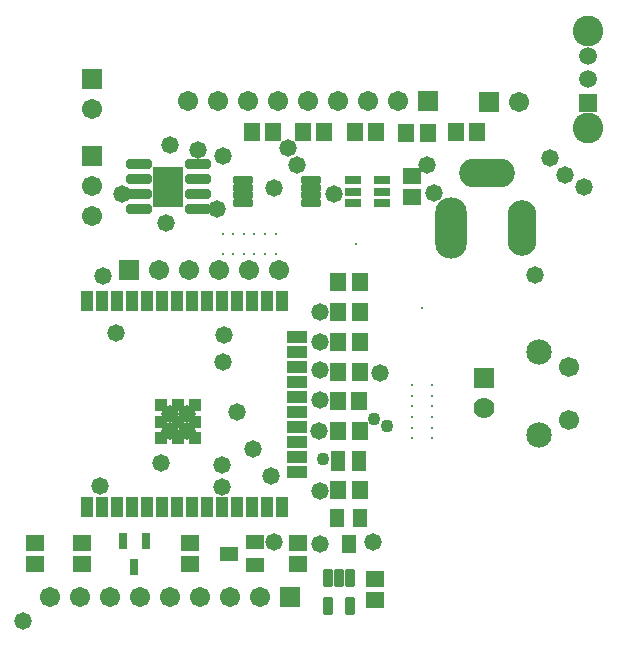
<source format=gts>
G04*
G04 #@! TF.GenerationSoftware,Altium Limited,Altium Designer,20.0.2 (26)*
G04*
G04 Layer_Color=8388736*
%FSLAX25Y25*%
%MOIN*%
G70*
G01*
G75*
%ADD16R,0.06312X0.05524*%
G04:AMPARAMS|DCode=17|XSize=31.62mil|YSize=61.15mil|CornerRadius=5.77mil|HoleSize=0mil|Usage=FLASHONLY|Rotation=180.000|XOffset=0mil|YOffset=0mil|HoleType=Round|Shape=RoundedRectangle|*
%AMROUNDEDRECTD17*
21,1,0.03162,0.04961,0,0,180.0*
21,1,0.02008,0.06115,0,0,180.0*
1,1,0.01154,-0.01004,0.02480*
1,1,0.01154,0.01004,0.02480*
1,1,0.01154,0.01004,-0.02480*
1,1,0.01154,-0.01004,-0.02480*
%
%ADD17ROUNDEDRECTD17*%
%ADD18R,0.05131X0.06509*%
%ADD19R,0.05524X0.06312*%
%ADD20R,0.04343X0.06706*%
%ADD21R,0.06706X0.04343*%
%ADD22R,0.04343X0.04343*%
%ADD23R,0.03162X0.05328*%
%ADD24R,0.06312X0.04737*%
%ADD25R,0.04737X0.06312*%
%ADD26R,0.05564X0.03123*%
G04:AMPARAMS|DCode=27|XSize=69.42mil|YSize=23.75mil|CornerRadius=5.97mil|HoleSize=0mil|Usage=FLASHONLY|Rotation=180.000|XOffset=0mil|YOffset=0mil|HoleType=Round|Shape=RoundedRectangle|*
%AMROUNDEDRECTD27*
21,1,0.06942,0.01181,0,0,180.0*
21,1,0.05748,0.02375,0,0,180.0*
1,1,0.01194,-0.02874,0.00591*
1,1,0.01194,0.02874,0.00591*
1,1,0.01194,0.02874,-0.00591*
1,1,0.01194,-0.02874,-0.00591*
%
%ADD27ROUNDEDRECTD27*%
G04:AMPARAMS|DCode=28|XSize=85.56mil|YSize=31.62mil|CornerRadius=6.95mil|HoleSize=0mil|Usage=FLASHONLY|Rotation=180.000|XOffset=0mil|YOffset=0mil|HoleType=Round|Shape=RoundedRectangle|*
%AMROUNDEDRECTD28*
21,1,0.08556,0.01772,0,0,180.0*
21,1,0.07165,0.03162,0,0,180.0*
1,1,0.01391,-0.03583,0.00886*
1,1,0.01391,0.03583,0.00886*
1,1,0.01391,0.03583,-0.00886*
1,1,0.01391,-0.03583,-0.00886*
%
%ADD28ROUNDEDRECTD28*%
%ADD29R,0.10300X0.13800*%
%ADD30R,0.06706X0.06706*%
%ADD31C,0.06706*%
%ADD32R,0.06706X0.06706*%
%ADD33C,0.00800*%
%ADD34R,0.05950X0.05950*%
%ADD35C,0.05950*%
%ADD36C,0.10249*%
%ADD37C,0.07001*%
%ADD38R,0.07001X0.07001*%
%ADD39O,0.18517X0.09658*%
%ADD40O,0.09658X0.18517*%
%ADD41O,0.10642X0.20485*%
%ADD42C,0.06698*%
%ADD43C,0.08477*%
%ADD44C,0.04343*%
%ADD45C,0.05800*%
D16*
X162323Y70343D02*
D03*
Y63257D02*
D03*
X136468Y75057D02*
D03*
Y82143D02*
D03*
X100500Y75057D02*
D03*
Y82143D02*
D03*
X49000D02*
D03*
Y75057D02*
D03*
X64500D02*
D03*
Y82143D02*
D03*
X174500Y197557D02*
D03*
Y204643D02*
D03*
D17*
X153840Y70665D02*
D03*
X150100D02*
D03*
X146360D02*
D03*
Y61335D02*
D03*
X153840D02*
D03*
D18*
X149760Y109627D02*
D03*
X156846D02*
D03*
D19*
X149957Y119457D02*
D03*
X157043D02*
D03*
X189257Y219100D02*
D03*
X196343D02*
D03*
X157043Y99836D02*
D03*
X149957D02*
D03*
Y149243D02*
D03*
X157043D02*
D03*
X149957Y169100D02*
D03*
X157043D02*
D03*
X149957Y159171D02*
D03*
X157043D02*
D03*
X149957Y139314D02*
D03*
X157043D02*
D03*
X149857Y129386D02*
D03*
X156943D02*
D03*
X155557Y219100D02*
D03*
X162643D02*
D03*
X138257D02*
D03*
X145343D02*
D03*
X172657Y219000D02*
D03*
X179743D02*
D03*
X121157Y219100D02*
D03*
X128243D02*
D03*
D20*
X66118Y94045D02*
D03*
X71118D02*
D03*
X76118D02*
D03*
X81118D02*
D03*
X86118D02*
D03*
X91118D02*
D03*
X96118D02*
D03*
X101118D02*
D03*
X106118D02*
D03*
X111118D02*
D03*
X116118D02*
D03*
X121118D02*
D03*
X126118D02*
D03*
X131118D02*
D03*
Y162943D02*
D03*
X126118D02*
D03*
X121118D02*
D03*
X116118D02*
D03*
X111118D02*
D03*
X106118D02*
D03*
X101118D02*
D03*
X96118D02*
D03*
X91118D02*
D03*
X86118D02*
D03*
X81118D02*
D03*
X76118D02*
D03*
X71118D02*
D03*
X66118D02*
D03*
D21*
X136039Y150994D02*
D03*
Y145994D02*
D03*
Y140994D02*
D03*
Y135994D02*
D03*
Y130994D02*
D03*
Y125994D02*
D03*
Y120994D02*
D03*
Y115994D02*
D03*
Y110994D02*
D03*
Y105994D02*
D03*
D22*
X96512Y122588D02*
D03*
Y128100D02*
D03*
X102024D02*
D03*
Y122588D02*
D03*
Y117076D02*
D03*
X96512D02*
D03*
X91000D02*
D03*
Y122588D02*
D03*
Y128100D02*
D03*
D23*
X82000Y74040D02*
D03*
X78260Y82898D02*
D03*
X85740D02*
D03*
D24*
X113669Y78659D02*
D03*
X122331Y82399D02*
D03*
Y74919D02*
D03*
D25*
X153400Y81873D02*
D03*
X149660Y90534D02*
D03*
X157140D02*
D03*
D26*
X154716Y203040D02*
D03*
Y199300D02*
D03*
Y195560D02*
D03*
X164597D02*
D03*
Y203040D02*
D03*
Y199300D02*
D03*
D27*
X118203Y195461D02*
D03*
Y198021D02*
D03*
Y200580D02*
D03*
Y203139D02*
D03*
X140880D02*
D03*
Y200580D02*
D03*
Y198021D02*
D03*
Y195461D02*
D03*
D28*
X103044Y193500D02*
D03*
Y198500D02*
D03*
Y203500D02*
D03*
Y208500D02*
D03*
X83556D02*
D03*
Y203500D02*
D03*
Y198500D02*
D03*
Y193500D02*
D03*
D29*
X93300Y201000D02*
D03*
D30*
X68000Y211200D02*
D03*
Y236900D02*
D03*
D31*
Y201200D02*
D03*
Y191200D02*
D03*
X114000Y64100D02*
D03*
X104000D02*
D03*
X94000D02*
D03*
X84000D02*
D03*
X74000D02*
D03*
X64000D02*
D03*
X54000D02*
D03*
X124000D02*
D03*
X159800Y229600D02*
D03*
X149800D02*
D03*
X139800D02*
D03*
X129800D02*
D03*
X119800D02*
D03*
X109800D02*
D03*
X99800D02*
D03*
X169800D02*
D03*
X210300Y229100D02*
D03*
X90100Y173100D02*
D03*
X100100D02*
D03*
X110100D02*
D03*
X120100D02*
D03*
X130100D02*
D03*
X68000Y226900D02*
D03*
D32*
X134000Y64100D02*
D03*
X179800Y229600D02*
D03*
X200300Y229100D02*
D03*
X80100Y173100D02*
D03*
D33*
X177900Y160600D02*
D03*
X156000Y181900D02*
D03*
X111383Y185100D02*
D03*
X114927D02*
D03*
X118470D02*
D03*
X122013D02*
D03*
X125557D02*
D03*
X129100D02*
D03*
X174500Y117070D02*
D03*
Y120613D02*
D03*
Y124157D02*
D03*
Y127700D02*
D03*
Y131243D02*
D03*
Y134787D02*
D03*
X181200Y117070D02*
D03*
Y120613D02*
D03*
Y124157D02*
D03*
Y127700D02*
D03*
Y131243D02*
D03*
Y134787D02*
D03*
X129100Y178600D02*
D03*
X125557D02*
D03*
X122013D02*
D03*
X118470D02*
D03*
X114927D02*
D03*
X111383D02*
D03*
D34*
X233300Y228852D02*
D03*
D35*
Y236726D02*
D03*
Y244600D02*
D03*
D36*
Y252868D02*
D03*
Y220584D02*
D03*
D37*
X198367Y127179D02*
D03*
D38*
Y137021D02*
D03*
D39*
X199489Y205604D02*
D03*
D40*
X211300Y187100D02*
D03*
D41*
X187678D02*
D03*
D42*
X226800Y123242D02*
D03*
Y140958D02*
D03*
D43*
X216997Y145899D02*
D03*
Y118301D02*
D03*
D44*
X162000Y123600D02*
D03*
X166100Y121200D02*
D03*
X144700Y110200D02*
D03*
D45*
X143500Y119500D02*
D03*
X164000Y138700D02*
D03*
X103100Y213300D02*
D03*
X231900Y201000D02*
D03*
X215400Y171500D02*
D03*
X225600Y204900D02*
D03*
X220400Y210500D02*
D03*
X143900Y129700D02*
D03*
Y139700D02*
D03*
Y149200D02*
D03*
Y82000D02*
D03*
X45000Y56200D02*
D03*
X109400Y193600D02*
D03*
X136100Y208100D02*
D03*
X93800Y215000D02*
D03*
X179600Y208300D02*
D03*
X133300Y213800D02*
D03*
X92400Y188700D02*
D03*
X78000Y198400D02*
D03*
X181700Y199000D02*
D03*
X111600Y211300D02*
D03*
X148400Y198500D02*
D03*
X128600Y200500D02*
D03*
X111700Y151400D02*
D03*
X111500Y142500D02*
D03*
X161500Y82400D02*
D03*
X127400Y104400D02*
D03*
X143900Y99600D02*
D03*
X116250Y125850D02*
D03*
X91000Y109000D02*
D03*
X111100Y108300D02*
D03*
Y100700D02*
D03*
X143900Y159300D02*
D03*
X71500Y171100D02*
D03*
X99500Y125100D02*
D03*
Y119600D02*
D03*
X94000D02*
D03*
Y125100D02*
D03*
X128500Y82600D02*
D03*
X70500Y101100D02*
D03*
X121500Y113600D02*
D03*
X76000Y152100D02*
D03*
M02*

</source>
